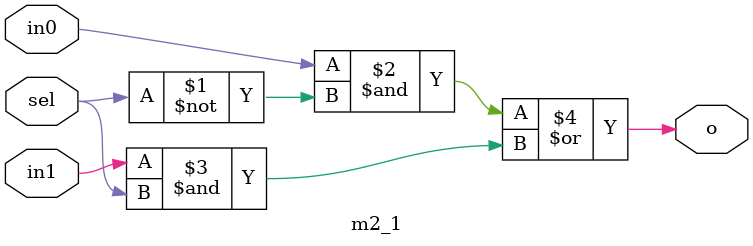
<source format=v>
`timescale 1ns / 1ps


module m2_1(
    input in0,
    input in1,
    input sel,
    output o
    );
    
    assign o = in0&~sel | in1&sel;
    
endmodule

</source>
